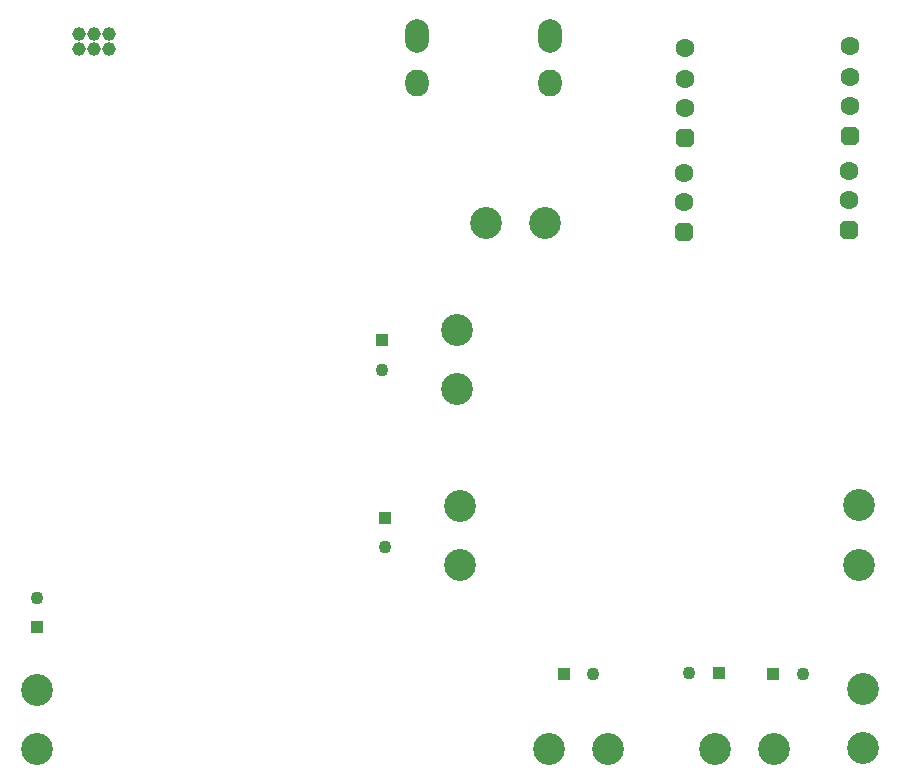
<source format=gbr>
%TF.GenerationSoftware,Altium Limited,Altium Designer,21.7.2 (23)*%
G04 Layer_Color=255*
%FSLAX45Y45*%
%MOMM*%
%TF.SameCoordinates,ACC8E456-25BC-4CB5-B469-56B585E6E94B*%
%TF.FilePolarity,Positive*%
%TF.FileFunction,Pads,Bot*%
%TF.Part,Single*%
G01*
G75*
%TA.AperFunction,ComponentPad*%
%ADD41C,1.60000*%
G04:AMPARAMS|DCode=42|XSize=1.6mm|YSize=1.6mm|CornerRadius=0mm|HoleSize=0mm|Usage=FLASHONLY|Rotation=90.000|XOffset=0mm|YOffset=0mm|HoleType=Round|Shape=Octagon|*
%AMOCTAGOND42*
4,1,8,0.40000,0.80000,-0.40000,0.80000,-0.80000,0.40000,-0.80000,-0.40000,-0.40000,-0.80000,0.40000,-0.80000,0.80000,-0.40000,0.80000,0.40000,0.40000,0.80000,0.0*
%
%ADD42OCTAGOND42*%

%ADD43C,2.70000*%
%ADD44R,1.10000X1.10000*%
%ADD45C,1.10000*%
%ADD46R,1.10000X1.10000*%
%ADD47C,1.15000*%
%ADD48O,2.00000X2.85000*%
%ADD49O,2.00000X2.28000*%
D41*
X7363160Y5265811D02*
D03*
Y5019811D02*
D03*
X5965660Y5247133D02*
D03*
Y5001133D02*
D03*
X5967660Y6037500D02*
D03*
Y5791500D02*
D03*
Y6299500D02*
D03*
X7365160Y6055000D02*
D03*
Y5809000D02*
D03*
Y6317000D02*
D03*
D42*
X7363160Y4765811D02*
D03*
X5965660Y4747133D02*
D03*
X5967660Y5537500D02*
D03*
X7365160Y5555000D02*
D03*
D43*
X4042500Y3920000D02*
D03*
Y3420000D02*
D03*
X488517Y365000D02*
D03*
Y865000D02*
D03*
X7477500Y880000D02*
D03*
Y380000D02*
D03*
X4290160Y4825000D02*
D03*
X4790160D02*
D03*
X7442500Y2430000D02*
D03*
Y1930000D02*
D03*
X4062500Y2422500D02*
D03*
Y1922500D02*
D03*
X6222500Y365000D02*
D03*
X6722500D02*
D03*
X5322500D02*
D03*
X4822500D02*
D03*
D44*
X485000Y1400000D02*
D03*
X3405000Y3830000D02*
D03*
X3435000Y2325000D02*
D03*
D45*
X485000Y1650000D02*
D03*
X6970000Y1005000D02*
D03*
X6007500Y1012500D02*
D03*
X3405000Y3580000D02*
D03*
X3435000Y2075000D02*
D03*
X5195000Y1002500D02*
D03*
D46*
X6720000Y1005000D02*
D03*
X6257500Y1012500D02*
D03*
X4945000Y1002500D02*
D03*
D47*
X1092160Y6422500D02*
D03*
Y6295500D02*
D03*
X965160Y6422500D02*
D03*
Y6295500D02*
D03*
X838160Y6422500D02*
D03*
Y6295500D02*
D03*
D48*
X3703160Y6407500D02*
D03*
X4827160D02*
D03*
D49*
X3703160Y6007500D02*
D03*
X4827160D02*
D03*
%TF.MD5,070a6f89ca4219b5414efeab538342f8*%
M02*

</source>
